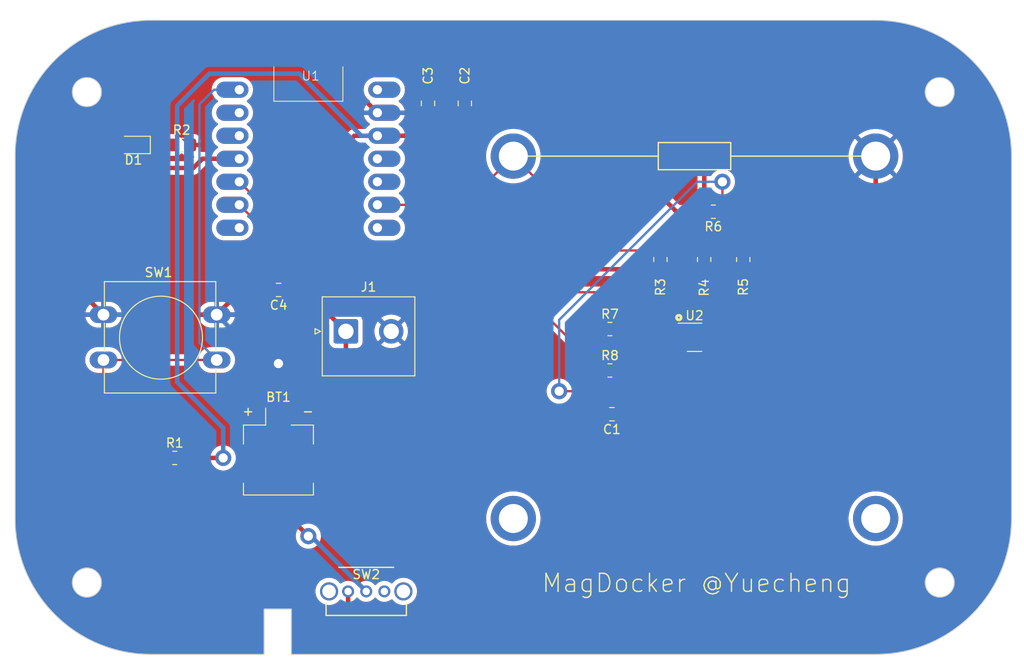
<source format=kicad_pcb>
(kicad_pcb (version 20221018) (generator pcbnew)
  (layers (0 "F.Cu" signal) (31 "B.Cu" signal) (34 "B.Paste" user) (35 "F.Paste" user) (36 "B.SilkS" user "B.Silkscreen") (37 "F.SilkS" user "F.Silkscreen") (38 "B.Mask" user) (39 "F.Mask" user) (44 "Edge.Cuts" user))
  (net 0 "")
  (net 1 "GND")
  (net 2 "Net-(BT1-+)")
  (net 3 "VCC")
  (net 4 "Net-(D1-K)")
  (net 5 "/Id")
  (net 8 "/Button")
  (net 10 "/3V3")
  (net 11 "/SDA_XIAO")
  (net 12 "/SDA_TLV")
  (net 13 "/SCL_TLV")
  (net 14 "/SCL_XIAO")
  (net 16 "/LED")
  (net 21 "Net-(C1-Pad1)")
  (footprint "XIAO ESP32 THT:XIAO_ESP32_SENSE" (layer "F.Cu") (at 87.376 50.292)
    (fp_text reference "U1" (at 0.254 -9.144 unlocked) (layer "F.SilkS") (effects (font (thickness 0.1))))
    (fp_text value "~" hide)
    (fp_line (start -3.81 -10.16) (end -3.81 -6.35) (stroke (width 0.1)) (layer "F.SilkS"))
    (fp_line (start -3.81 -6.35) (end 3.81 -6.35) (stroke (width 0.1)) (layer "F.SilkS"))
    (fp_line (start 3.81 -6.35) (end 3.81 -10.16) (stroke (width 0.1)) (layer "F.SilkS"))
    (pad "1" thru_hole oval (at -7.62 -7.62) (size 3.556 1.778) (drill 1.016 (offset -0.762 0)) (layers "*.Cu" "*.Mask") (net 8 "/Button"))
    (pad "2" thru_hole oval (at -7.62 -5.08) (size 3.556 1.778) (drill 1.016 (offset -0.762 0)) (layers "*.Cu" "*.Mask"))
    (pad "3" thru_hole oval (at -7.62 -2.54) (size 3.556 1.778) (drill 1.016 (offset -0.762 0)) (layers "*.Cu" "*.Mask"))
    (pad "4" thru_hole oval (at -7.62 0) (size 3.556 1.778) (drill 1.016 (offset -0.762 0)) (layers "*.Cu" "*.Mask") (net 16 "/LED"))
    (pad "5" thru_hole oval (at -7.62 2.54) (size 3.556 1.778) (drill 1.016 (offset -0.762 0)) (layers "*.Cu" "*.Mask") (net 11 "/SDA_XIAO"))
    (pad "6" thru_hole oval (at -7.62 5.08) (size 3.556 1.778) (drill 1.016 (offset -0.762 0)) (layers "*.Cu" "*.Mask") (net 14 "/SCL_XIAO"))
    (pad "7" thru_hole oval (at -7.62 7.62) (size 3.556 1.778) (drill 1.016 (offset -0.762 0)) (layers "*.Cu" "*.Mask"))
    (pad "8" thru_hole oval (at 7.62 -7.62) (size 3.556 1.778) (drill 1.016 (offset 0.762 0)) (layers "*.Cu" "*.Mask"))
    (pad "9" thru_hole oval (at 7.62 -5.08) (size 3.556 1.778) (drill 1.016 (offset 0.762 0)) (layers "*.Cu" "*.Mask") (net 1 "GND"))
    (pad "10" thru_hole oval (at 7.62 -2.54) (size 3.556 1.778) (drill 1.016 (offset 0.762 0)) (layers "*.Cu" "*.Mask") (net 10 "/3V3"))
    (pad "11" thru_hole oval (at 7.62 0) (size 3.556 1.778) (drill 1.016 (offset 0.762 0)) (layers "*.Cu" "*.Mask"))
    (pad "12" thru_hole oval (at 7.62 2.54) (size 3.556 1.778) (drill 1.016 (offset 0.762 0)) (layers "*.Cu" "*.Mask"))
    (pad "13" thru_hole oval (at 7.62 5.08) (size 3.556 1.778) (drill 1.016 (offset 0.762 0)) (layers "*.Cu" "*.Mask") (net 5 "/Id"))
    (pad "14" thru_hole oval (at 7.62 7.62) (size 3.556 1.778) (drill 1.016 (offset 0.762 0)) (layers "*.Cu" "*.Mask"))
  )
  (footprint "Connector_JST:JST_NV_B02P-NV_1x02_P5.00mm_Vertical" (layer "F.Cu") (at 91.52 69.342)
    (fp_text reference "J1" (at 2.5 -4.9) (layer "F.SilkS"))
    (fp_text value "PWR_PAD")
    (fp_line (start -3.41 -0.3) (end -2.81 0) (stroke (width 0.12)) (layer "F.SilkS"))
    (fp_line (start -3.41 0.3) (end -3.41 -0.3) (stroke (width 0.12)) (layer "F.SilkS"))
    (fp_line (start -2.81 0) (end -3.41 0.3) (stroke (width 0.12)) (layer "F.SilkS"))
    (fp_line (start -2.61 -3.81) (end -2.61 4.91) (stroke (width 0.12)) (layer "F.SilkS"))
    (fp_line (start -2.61 4.91) (end 7.61 4.91) (stroke (width 0.12)) (layer "F.SilkS"))
    (fp_line (start 7.61 -3.81) (end -2.61 -3.81) (stroke (width 0.12)) (layer "F.SilkS"))
    (fp_line (start 7.61 4.91) (end 7.61 -3.81) (stroke (width 0.12)) (layer "F.SilkS"))
    (pad "1" thru_hole roundrect (at 0 0) (size 2.7 2.7) (drill 1.7) (layers "*.Cu" "*.Mask") (roundrect_rratio 0.09259296296) (net 3 "VCC"))
    (pad "2" thru_hole circle (at 5 0) (size 2.7 2.7) (drill 1.7) (layers "*.Cu" "*.Mask") (net 1 "GND"))
  )
  (footprint "Package_TO_SOT_SMD:SOT-23-6" (layer "F.Cu") (at 130 70)
    (fp_text reference "U2" (at 0 -2.4) (layer "F.SilkS"))
    (fp_text value "TLV493D")
    (fp_line (start 0 -1.56) (end -1.8 -1.56) (stroke (width 0.12)) (layer "F.SilkS"))
    (fp_line (start 0 -1.56) (end 0.8 -1.56) (stroke (width 0.12)) (layer "F.SilkS"))
    (fp_line (start 0 1.56) (end -0.8 1.56) (stroke (width 0.12)) (layer "F.SilkS"))
    (fp_line (start 0 1.56) (end 0.8 1.56) (stroke (width 0.12)) (layer "F.SilkS"))
    (pad "1" smd roundrect (at -1.1375 -0.95) (size 1.325 0.6) (layers "F.Cu" "F.Paste" "F.Mask") (net 13 "/SCL_TLV"))
    (pad "2" smd roundrect (at -1.1375 0) (size 1.325 0.6) (layers "F.Cu" "F.Paste" "F.Mask") (net 1 "GND"))
    (pad "3" smd roundrect (at -1.1375 0.95) (size 1.325 0.6) (layers "F.Cu" "F.Paste" "F.Mask") (net 1 "GND"))
    (pad "4" smd roundrect (at 1.1375 0.95) (size 1.325 0.6) (layers "F.Cu" "F.Paste" "F.Mask") (net 10 "/3V3"))
    (pad "5" smd roundrect (at 1.1375 0) (size 1.325 0.6) (layers "F.Cu" "F.Paste" "F.Mask") (net 1 "GND"))
    (pad "6" smd roundrect (at 1.1375 -0.95) (size 1.325 0.6) (layers "F.Cu" "F.Paste" "F.Mask") (net 12 "/SDA_TLV"))
  )
  (footprint "Button_Switch_THT:SW_PUSH-12mm" (layer "F.Cu") (at 64.76 67.5)
    (fp_text reference "SW1" (at 6.08 -4.66) (layer "F.SilkS"))
    (fp_text value "SW_SPST")
    (fp_line (start 0.1 -3.65) (end 12.4 -3.65) (stroke (width 0.12)) (layer "F.SilkS"))
    (fp_line (start 0.1 -0.93) (end 0.1 -3.65) (stroke (width 0.12)) (layer "F.SilkS"))
    (fp_line (start 0.1 4.07) (end 0.1 0.93) (stroke (width 0.12)) (layer "F.SilkS"))
    (fp_line (start 0.1 8.65) (end 0.1 5.93) (stroke (width 0.12)) (layer "F.SilkS"))
    (fp_line (start 12.4 -3.65) (end 12.4 -0.93) (stroke (width 0.12)) (layer "F.SilkS"))
    (fp_line (start 12.4 0.93) (end 12.4 4.07) (stroke (width 0.12)) (layer "F.SilkS"))
    (fp_line (start 12.4 5.93) (end 12.4 8.65) (stroke (width 0.12)) (layer "F.SilkS"))
    (fp_line (start 12.4 8.65) (end 0.1 8.65) (stroke (width 0.12)) (layer "F.SilkS"))
    (fp_circle (center 6.35 2.54) (end 10.16 5.08) (stroke (width 0.12)) (fill none) (layer "F.SilkS"))
    (pad "1" thru_hole oval (at 0 0) (size 3.048 1.85) (drill 1.3) (layers "*.Cu" "*.Mask") (net 1 "GND"))
    (pad "1" thru_hole oval (at 12.5 0) (size 3.048 1.85) (drill 1.3) (layers "*.Cu" "*.Mask") (net 1 "GND"))
    (pad "2" thru_hole oval (at 0 5) (size 3.048 1.85) (drill 1.3) (layers "*.Cu" "*.Mask") (net 8 "/Button"))
    (pad "2" thru_hole oval (at 12.5 5) (size 3.048 1.85) (drill 1.3) (layers "*.Cu" "*.Mask") (net 8 "/Button"))
  )
  (footprint "Capacitor_SMD:C_0805_2012Metric_Pad1.18x1.45mm_HandSolder" (layer "F.Cu") (at 84.0955 64.77 180)
    (fp_text reference "C4" (at 0 -1.68) (layer "F.SilkS"))
    (fp_text value "200 pF")
    (fp_line (start -0.261252 -0.735) (end 0.261252 -0.735) (stroke (width 0.12)) (layer "F.SilkS"))
    (fp_line (start -0.261252 0.735) (end 0.261252 0.735) (stroke (width 0.12)) (layer "F.SilkS"))
    (pad "1" smd roundrect (at -1.0375 0 180) (size 1.175 1.45) (layers "F.Cu" "F.Paste" "F.Mask") (roundrect_rratio 0.2127659574) (net 3 "VCC"))
    (pad "2" smd roundrect (at 1.0375 0 180) (size 1.175 1.45) (layers "F.Cu" "F.Paste" "F.Mask") (roundrect_rratio 0.2127659574) (net 1 "GND"))
  )
  (footprint "Resistor_SMD:R_0805_2012Metric_Pad1.20x1.40mm_HandSolder" (layer "F.Cu") (at 120.666 69.088)
    (fp_text reference "R7" (at 0 -1.65) (layer "F.SilkS"))
    (fp_text value "100Ω")
    (fp_line (start -0.227064 -0.735) (end 0.227064 -0.735) (stroke (width 0.12)) (layer "F.SilkS"))
    (fp_line (start -0.227064 0.735) (end 0.227064 0.735) (stroke (width 0.12)) (layer "F.SilkS"))
    (pad "1" smd roundrect (at -1 0) (size 1.2 1.4) (layers "F.Cu" "F.Paste" "F.Mask") (roundrect_rratio 0.2083333333) (net 13 "/SCL_TLV"))
    (pad "2" smd roundrect (at 1 0) (size 1.2 1.4) (layers "F.Cu" "F.Paste" "F.Mask") (roundrect_rratio 0.2083333333) (net 21 "Net-(C1-Pad1)"))
  )
  (footprint "Resistor_SMD:R_0805_2012Metric_Pad1.20x1.40mm_HandSolder" (layer "F.Cu") (at 135.382 61.4154 90)
    (fp_text reference "R5" (at -3.032 0 90) (layer "F.SilkS"))
    (fp_text value "100Ω")
    (fp_line (start -0.227064 -0.735) (end 0.227064 -0.735) (stroke (width 0.12)) (layer "F.SilkS"))
    (fp_line (start -0.227064 0.735) (end 0.227064 0.735) (stroke (width 0.12)) (layer "F.SilkS"))
    (pad "1" smd roundrect (at -1 0 90) (size 1.2 1.4) (layers "F.Cu" "F.Paste" "F.Mask") (roundrect_rratio 0.2083333333) (net 12 "/SDA_TLV"))
    (pad "2" smd roundrect (at 1 0 90) (size 1.2 1.4) (layers "F.Cu" "F.Paste" "F.Mask") (roundrect_rratio 0.2083333333) (net 11 "/SDA_XIAO"))
  )
  (footprint "Capacitor_SMD:C_0805_2012Metric_Pad1.18x1.45mm_HandSolder" (layer "F.Cu") (at 100.584 44.1745 90)
    (fp_text reference "C3" (at 3.048 0 90) (layer "F.SilkS"))
    (fp_text value "100 nF")
    (fp_line (start -0.261252 -0.735) (end 0.261252 -0.735) (stroke (width 0.12)) (layer "F.SilkS"))
    (fp_line (start -0.261252 0.735) (end 0.261252 0.735) (stroke (width 0.12)) (layer "F.SilkS"))
    (pad "1" smd roundrect (at -1.0375 0 90) (size 1.175 1.45) (layers "F.Cu" "F.Paste" "F.Mask") (roundrect_rratio 0.2127659574) (net 10 "/3V3"))
    (pad "2" smd roundrect (at 1.0375 0 90) (size 1.175 1.45) (layers "F.Cu" "F.Paste" "F.Mask") (roundrect_rratio 0.2127659574) (net 1 "GND"))
  )
  (footprint "Connector_JST:JST_ZE_SM02B-ZESS-TB_1x02-1MP_P1.50mm_Horizontal" (layer "F.Cu") (at 84.074 81.82)
    (fp_text reference "BT1" (at 0 -5.22) (layer "F.SilkS"))
    (fp_text value "3.7v Lipo battery")
    (fp_line (start -3.86 -2.135) (end -1.41 -2.135) (stroke (width 0.12)) (layer "F.SilkS"))
    (fp_line (start -3.86 -0.035) (end -3.86 -2.135) (stroke (width 0.12)) (layer "F.SilkS"))
    (fp_line (start -3.86 4.285) (end -3.86 5.585) (stroke (width 0.12)) (layer "F.SilkS"))
    (fp_line (start -3.86 5.585) (end 3.86 5.585) (stroke (width 0.12)) (layer "F.SilkS"))
    (fp_line (start -1.41 -2.135) (end -1.41 -4.025) (stroke (width 0.12)) (layer "F.SilkS"))
    (fp_line (start 3.86 -2.135) (end 1.41 -2.135) (stroke (width 0.12)) (layer "F.SilkS"))
    (fp_line (start 3.86 -0.035) (end 3.86 -2.135) (stroke (width 0.12)) (layer "F.SilkS"))
    (fp_line (start 3.86 5.585) (end 3.86 4.285) (stroke (width 0.12)) (layer "F.SilkS"))
    (pad "1" smd roundrect (at -0.75 -2.575) (size 0.8 2.9) (layers "F.Cu" "F.Paste" "F.Mask") (net 2 "Net-(BT1-+)"))
    (pad "2" smd roundrect (at 0.75 -2.575) (size 0.8 2.9) (layers "F.Cu" "F.Paste" "F.Mask") (net 1 "GND"))
    (pad "MP" smd roundrect (at -3.35 2.125) (size 1.8 3.8) (layers "F.Cu" "F.Paste" "F.Mask") (roundrect_rratio 0.1388888889))
    (pad "MP" smd roundrect (at 3.35 2.125) (size 1.8 3.8) (layers "F.Cu" "F.Paste" "F.Mask") (roundrect_rratio 0.1388888889))
  )
  (footprint "Button_Switch_THT:SWITCH_THT_SPDT_11MA1QS1" (layer "F.Cu") (at 91.764099 98.044)
    (fp_text reference "SW2" (at 2.000001 -1.867 unlocked) (layer "F.SilkS"))
    (fp_text value "SW_SPDT")
    (fp_line (start -2.432299 1.294593) (end -2.432299 2.6542) (stroke (width 0.1524)) (layer "F.SilkS"))
    (fp_line (start -2.432299 2.6542) (end 6.432301 2.6542) (stroke (width 0.1524)) (layer "F.SilkS"))
    (fp_line (start 0.605251 -2.6544) (end -1.022745 -2.6544) (stroke (width 0.1524)) (layer "F.SilkS"))
    (fp_line (start 2.605252 -2.6544) (end 0.605251 -2.6544) (stroke (width 0.1524)) (layer "F.SilkS"))
    (fp_line (start 4.605253 -2.6544) (end 2.605252 -2.6544) (stroke (width 0.1524)) (layer "F.SilkS"))
    (fp_line (start 5.022748 -2.6544) (end 4.605253 -2.6544) (stroke (width 0.1524)) (layer "F.SilkS"))
    (fp_line (start 6.432301 2.6542) (end 6.432301 1.294593) (stroke (width 0.1524)) (layer "F.SilkS"))
    (pad "1" thru_hole circle (at 0 0) (size 1.3208 1.3208) (drill 0.8128) (layers "*.Cu" "*.Mask") (net 3 "VCC"))
    (pad "2" thru_hole circle (at 2.000001 0) (size 1.3208 1.3208) (drill 0.8128) (layers "*.Cu" "*.Mask") (net 2 "Net-(BT1-+)"))
    (pad "3" thru_hole circle (at 4.000002 0) (size 1.3208 1.3208) (drill 0.8128) (layers "*.Cu" "*.Mask"))
    (pad "4" thru_hole circle (at -2.102099 0) (size 2.0066 2.0066) (drill 1.4986) (layers "*.Cu" "*.Mask"))
    (pad "5" thru_hole circle (at 6.102101 0) (size 2.0066 2.0066) (drill 1.4986) (layers "*.Cu" "*.Mask"))
  )
  (footprint "Resistor_SMD:R_0805_2012Metric_Pad1.20x1.40mm_HandSolder" (layer "F.Cu") (at 120.666 73.66)
    (fp_text reference "R8" (at 0 -1.65) (layer "F.SilkS"))
    (fp_text value "100Ω")
    (fp_line (start -0.227064 -0.735) (end 0.227064 -0.735) (stroke (width 0.12)) (layer "F.SilkS"))
    (fp_line (start -0.227064 0.735) (end 0.227064 0.735) (stroke (width 0.12)) (layer "F.SilkS"))
    (pad "1" smd roundrect (at -1 0) (size 1.2 1.4) (layers "F.Cu" "F.Paste" "F.Mask") (roundrect_rratio 0.2083333333) (net 14 "/SCL_XIAO"))
    (pad "2" smd roundrect (at 1 0) (size 1.2 1.4) (layers "F.Cu" "F.Paste" "F.Mask") (roundrect_rratio 0.2083333333) (net 21 "Net-(C1-Pad1)"))
  )
  (footprint "Resistor_SMD:R_0805_2012Metric_Pad1.20x1.40mm_HandSolder" (layer "F.Cu") (at 126.238 61.4154 -90)
    (fp_text reference "R3" (at 3.048 0 90) (layer "F.SilkS"))
    (fp_text value "4.3kΩ")
    (fp_line (start -0.227064 -0.735) (end 0.227064 -0.735) (stroke (width 0.12)) (layer "F.SilkS"))
    (fp_line (start -0.227064 0.735) (end 0.227064 0.735) (stroke (width 0.12)) (layer "F.SilkS"))
    (pad "1" smd roundrect (at -1 0 270) (size 1.2 1.4) (layers "F.Cu" "F.Paste" "F.Mask") (roundrect_rratio 0.2083333333) (net 5 "/Id"))
    (pad "2" smd roundrect (at 1 0 270) (size 1.2 1.4) (layers "F.Cu" "F.Paste" "F.Mask") (roundrect_rratio 0.2083333333) (net 10 "/3V3"))
  )
  (footprint "Resistor_SMD:R_0805_2012Metric_Pad1.20x1.40mm_HandSolder" (layer "F.Cu") (at 72.628 83.312)
    (fp_text reference "R1" (at 0 -1.65) (layer "F.SilkS"))
    (fp_text value "4.3kΩ")
    (fp_line (start -0.227064 -0.735) (end 0.227064 -0.735) (stroke (width 0.12)) (layer "F.SilkS"))
    (fp_line (start -0.227064 0.735) (end 0.227064 0.735) (stroke (width 0.12)) (layer "F.SilkS"))
    (pad "1" smd roundrect (at -1 0) (size 1.2 1.4) (layers "F.Cu" "F.Paste" "F.Mask") (roundrect_rratio 0.2083333333) (net 8 "/Button"))
    (pad "2" smd roundrect (at 1 0) (size 1.2 1.4) (layers "F.Cu" "F.Paste" "F.Mask") (roundrect_rratio 0.2083333333) (net 10 "/3V3"))
  )
  (footprint "Capacitor_SMD:C_0805_2012Metric_Pad1.18x1.45mm_HandSolder" (layer "F.Cu") (at 120.8825 78.486 180)
    (fp_text reference "C1" (at 0 -1.68) (layer "F.SilkS"))
    (fp_text value "200 pF")
    (fp_line (start -0.261252 -0.735) (end 0.261252 -0.735) (stroke (width 0.12)) (layer "F.SilkS"))
    (fp_line (start -0.261252 0.735) (end 0.261252 0.735) (stroke (width 0.12)) (layer "F.SilkS"))
    (pad "1" smd roundrect (at -1.0375 0 180) (size 1.175 1.45) (layers "F.Cu" "F.Paste" "F.Mask") (roundrect_rratio 0.2127659574) (net 21 "Net-(C1-Pad1)"))
    (pad "2" smd roundrect (at 1.0375 0 180) (size 1.175 1.45) (layers "F.Cu" "F.Paste" "F.Mask") (roundrect_rratio 0.2127659574) (net 1 "GND"))
  )
  (footprint "Resistor_SMD:R_0805_2012Metric_Pad1.20x1.40mm_HandSolder" (layer "F.Cu") (at 132.08 56.134 180)
    (fp_text reference "R6" (at 0 -1.65) (layer "F.SilkS"))
    (fp_text value "1.2kΩ")
    (fp_line (start -0.227064 -0.735) (end 0.227064 -0.735) (stroke (width 0.12)) (layer "F.SilkS"))
    (fp_line (start -0.227064 0.735) (end 0.227064 0.735) (stroke (width 0.12)) (layer "F.SilkS"))
    (pad "1" smd roundrect (at -1 0 180) (size 1.2 1.4) (layers "F.Cu" "F.Paste" "F.Mask") (roundrect_rratio 0.2083333333) (net 21 "Net-(C1-Pad1)"))
    (pad "2" smd roundrect (at 1 0 180) (size 1.2 1.4) (layers "F.Cu" "F.Paste" "F.Mask") (roundrect_rratio 0.2083333333) (net 10 "/3V3"))
  )
  (footprint "Resistor_SMD:R_0805_2012Metric_Pad1.20x1.40mm_HandSolder" (layer "F.Cu") (at 73.39 48.768)
    (fp_text reference "R2" (at 0 -1.65) (layer "F.SilkS"))
    (fp_text value "65Ω")
    (fp_line (start -0.227064 -0.735) (end 0.227064 -0.735) (stroke (width 0.12)) (layer "F.SilkS"))
    (fp_line (start -0.227064 0.735) (end 0.227064 0.735) (stroke (width 0.12)) (layer "F.SilkS"))
    (pad "1" smd roundrect (at -1 0) (size 1.2 1.4) (layers "F.Cu" "F.Paste" "F.Mask") (roundrect_rratio 0.2083333333) (net 4 "Net-(D1-K)"))
    (pad "2" smd roundrect (at 1 0) (size 1.2 1.4) (layers "F.Cu" "F.Paste" "F.Mask") (roundrect_rratio 0.2083333333) (net 1 "GND"))
  )
  (footprint "Resistor_SMD:R_0805_2012Metric_Pad1.20x1.40mm_HandSolder" (layer "F.Cu") (at 131.064 61.4154 90)
    (fp_text reference "R4" (at -3.1006 0 90) (layer "F.SilkS"))
    (fp_text value "1.2kΩ")
    (fp_line (start -0.227064 -0.735) (end 0.227064 -0.735) (stroke (width 0.12)) (layer "F.SilkS"))
    (fp_line (start -0.227064 0.735) (end 0.227064 0.735) (stroke (width 0.12)) (layer "F.SilkS"))
    (pad "1" smd roundrect (at -1 0 90) (size 1.2 1.4) (layers "F.Cu" "F.Paste" "F.Mask") (roundrect_rratio 0.2083333333) (net 11 "/SDA_XIAO"))
    (pad "2" smd roundrect (at 1 0 90) (size 1.2 1.4) (layers "F.Cu" "F.Paste" "F.Mask") (roundrect_rratio 0.2083333333) (net 10 "/3V3"))
  )
  (footprint "Screw_connector:40mm_rectangle_M3" (layer "F.Cu") (at 130 70)
    (fp_text reference "J2" hide)
    (fp_text value "ID_PAD")
    (pad "1" thru_hole circle (at -20 -20) (size 5 5) (drill 3.2) (layers "*.Cu" "*.Mask") (net 5 "/Id"))
    (pad "2" thru_hole circle (at 20 -20) (size 5 5) (drill 3.2) (layers "*.Cu" "*.Mask") (net 1 "GND"))
    (pad "3" thru_hole circle (at -20 20) (size 5 5) (drill 3.2) (layers "*.Cu" "*.Mask"))
    (pad "4" thru_hole circle (at 20 20) (size 5 5) (drill 3.2) (layers "*.Cu" "*.Mask"))
  )
  (footprint "LED_SMD:LED_0805_2012Metric_Pad1.15x1.40mm_HandSolder" (layer "F.Cu") (at 68.072 48.768 180)
    (fp_text reference "D1" (at 0 -1.65 180) (layer "F.SilkS"))
    (fp_text value "LS R976")
    (fp_line (start -1.86 -0.96) (end -1.86 0.96) (stroke (width 0.12)) (layer "F.SilkS"))
    (fp_line (start -1.86 0.96) (end 1 0.96) (stroke (width 0.12)) (layer "F.SilkS"))
    (fp_line (start 1 -0.96) (end -1.86 -0.96) (stroke (width 0.12)) (layer "F.SilkS"))
    (pad "1" smd roundrect (at -1.025 0 180) (size 1.15 1.4) (layers "F.Cu" "F.Paste" "F.Mask") (roundrect_rratio 0.2173913043) (net 4 "Net-(D1-K)"))
    (pad "2" smd roundrect (at 1.025 0 180) (size 1.15 1.4) (layers "F.Cu" "F.Paste" "F.Mask") (roundrect_rratio 0.2173913043) (net 16 "/LED"))
  )
  (footprint "Capacitor_SMD:C_0805_2012Metric_Pad1.18x1.45mm_HandSolder" (layer "F.Cu") (at 104.648 44.1745 90)
    (fp_text reference "C2" (at 3.048 0 90) (layer "F.SilkS"))
    (fp_text value "100 nF")
    (fp_line (start -0.261252 -0.735) (end 0.261252 -0.735) (stroke (width 0.12)) (layer "F.SilkS"))
    (fp_line (start -0.261252 0.735) (end 0.261252 0.735) (stroke (width 0.12)) (layer "F.SilkS"))
    (pad "1" smd roundrect (at -1.0375 0 90) (size 1.175 1.45) (layers "F.Cu" "F.Paste" "F.Mask") (roundrect_rratio 0.2127659574) (net 10 "/3V3"))
    (pad "2" smd roundrect (at 1.0375 0 90) (size 1.175 1.45) (layers "F.Cu" "F.Paste" "F.Mask") (roundrect_rratio 0.2127659574) (net 1 "GND"))
  )
  (gr_line (start 110 50) (end 126 50) (stroke (width 0.15)) (layer "F.SilkS"))
  (gr_circle (center 128.27 67.818) (end 128.37 67.818) (stroke (width 0.3)) (fill none) (layer "F.SilkS"))
  (gr_rect (start 126 48.5) (end 134 51.5) (stroke (width 0.15)) (fill none) (layer "F.SilkS"))
  (gr_line (start 134 50) (end 150 50) (stroke (width 0.15)) (layer "F.SilkS"))
  (gr_circle (center 157.07 42.93) (end 158.67 42.93) (stroke (width 0.1)) (fill none) (layer "Edge.Cuts"))
  (gr_line (start 70 35) (end 150 35) (stroke (width 0.1)) (layer "Edge.Cuts"))
  (gr_arc (start 165 90) (mid 160.606602 100.606601) (end 150 105) (stroke (width 0.1)) (layer "Edge.Cuts"))
  (gr_line (start 82.5 100) (end 85.5 100) (stroke (width 0.1)) (layer "Edge.Cuts"))
  (gr_line (start 55 90) (end 55 50) (stroke (width 0.1)) (layer "Edge.Cuts"))
  (gr_circle (center 62.93 42.93) (end 64.53 42.93) (stroke (width 0.1)) (fill none) (layer "Edge.Cuts"))
  (gr_line (start 165 50) (end 165 90) (stroke (width 0.1)) (layer "Edge.Cuts"))
  (gr_circle (center 157.07 97.07) (end 158.67 97.07) (stroke (width 0.1)) (fill none) (layer "Edge.Cuts"))
  (gr_line (start 82.5 105) (end 70 105) (stroke (width 0.1)) (layer "Edge.Cuts"))
  (gr_arc (start 70 105) (mid 59.393399 100.606602) (end 55 90) (stroke (width 0.1)) (layer "Edge.Cuts"))
  (gr_line (start 85.5 100) (end 85.5 105) (stroke (width 0.1)) (layer "Edge.Cuts"))
  (gr_circle (center 62.93 97.07) (end 64.53 97.07) (stroke (width 0.1)) (fill none) (layer "Edge.Cuts"))
  (gr_line (start 82.5 105) (end 82.5 100) (stroke (width 0.1)) (layer "Edge.Cuts"))
  (gr_arc (start 150 35) (mid 160.606601 39.393398) (end 165 50) (stroke (width 0.1)) (layer "Edge.Cuts"))
  (gr_arc (start 55 50) (mid 59.393398 39.393399) (end 70 35) (stroke (width 0.1)) (layer "Edge.Cuts"))
  (gr_line (start 85.5 105) (end 150 105) (stroke (width 0.1)) (layer "Edge.Cuts"))
  (gr_text "-" (at 86.614 78.74) (layer "F.SilkS") (effects (font (size 1 1)) (justify left bottom)))
  (gr_text "+" (at 80.01 78.74) (layer "F.SilkS") (effects (font (size 1 1)) (justify left bottom)))
  (gr_text "MagDocker @Yuecheng" (at 113.03 98.298) (layer "F.SilkS") (effects (font (size 2 2)) (justify left bottom)))
  (segment (start 62.23 49.022) (end 65.532 45.72) (width 0.5) (layer "F.Cu") (net 1))
  (segment (start 84.836 73.66) (end 84.074 72.898) (width 0.5) (layer "F.Cu") (net 1))
  (segment (start 84.824 79.245) (end 84.824 77.99) (width 0.254) (layer "F.Cu") (net 1))
  (segment (start 128.8625 70) (end 131.1375 70) (width 0.5) (layer "F.Cu") (net 1))
  (segment (start 84.836 77.978) (end 84.836 73.66) (width 0.5) (layer "F.Cu") (net 1))
  (segment (start 134.216 70) (end 150 54.216) (width 0.5) (layer "F.Cu") (net 1))
  (segment (start 150 54.216) (end 150 50) (width 0.5) (layer "F.Cu") (net 1))
  (segment (start 100.584 43.137) (end 104.648 43.137) (width 0.5) (layer "F.Cu") (net 1))
  (segment (start 64.76 67.5) (end 62.23 64.97) (width 0.5) (layer "F.Cu") (net 1))
  (segment (start 76.454 40.894) (end 90.678 40.894) (width 0.5) (layer "F.Cu") (net 1))
  (segment (start 98.509 45.212) (end 100.584 43.137) (width 0.5) (layer "F.Cu") (net 1))
  (segment (start 128.8625 73.255296) (end 128.8625 76.3695) (width 0.5) (layer "F.Cu") (net 1))
  (segment (start 71.342 45.72) (end 74.39 48.768) (width 0.5) (layer "F.Cu") (net 1))
  (segment (start 128.8625 70.95) (end 128.8625 70) (width 0.5) (layer "F.Cu") (net 1))
  (segment (start 84.824 77.99) (end 84.836 77.978) (width 0.254) (layer "F.Cu") (net 1))
  (segment (start 90.678 40.894) (end 94.996 45.212) (width 0.5) (layer "F.Cu") (net 1))
  (segment (start 122.385 81.026) (end 119.845 78.486) (width 0.5) (layer "F.Cu") (net 1))
  (segment (start 74.39 48.768) (end 74.39 42.958) (width 0.5) (layer "F.Cu") (net 1))
  (segment (start 79.99 64.77) (end 77.26 67.5) (width 0.5) (layer "F.Cu") (net 1))
  (segment (start 119.845 78.486) (end 105.664 78.486) (width 0.5) (layer "F.Cu") (net 1))
  (segment (start 94.996 45.212) (end 98.509 45.212) (width 0.5) (layer "F.Cu") (net 1))
  (segment (start 131.1375 70) (end 134.216 70) (width 0.5) (layer "F.Cu") (net 1))
  (segment (start 105.664 78.486) (end 101.346 74.168) (width 0.5) (layer "F.Cu") (net 1))
  (segment (start 65.532 45.72) (end 71.342 45.72) (width 0.5) (layer "F.Cu") (net 1))
  (segment (start 83.058 64.77) (end 79.99 64.77) (width 0.5) (layer "F.Cu") (net 1))
  (segment (start 128.8625 76.3695) (end 124.206 81.026) (width 0.5) (layer "F.Cu") (net 1))
  (segment (start 124.206 81.026) (end 122.385 81.026) (width 0.5) (layer "F.Cu") (net 1))
  (segment (start 74.39 42.958) (end 76.454 40.894) (width 0.5) (layer "F.Cu") (net 1))
  (segment (start 62.23 64.97) (end 62.23 49.022) (width 0.5) (layer "F.Cu") (net 1))
  (segment (start 101.346 74.168) (end 96.52 69.342) (width 0.5) (layer "F.Cu") (net 1))
  (segment (start 77.26 67.5) (end 64.76 67.5) (width 0.5) (layer "F.Cu") (net 1))
  (segment (start 128.8625 70.95) (end 128.8625 73.255296) (width 0.5) (layer "F.Cu") (net 1))
  (via (at 84.074 72.898) (size 1.778) (drill 1.016) (layers "F.Cu" "B.Cu") (net 1))
  (segment (start 84.074 72.898) (end 82.658 72.898) (width 0.5) (layer "B.Cu") (net 1))
  (segment (start 82.658 72.898) (end 77.26 67.5) (width 0.5) (layer "B.Cu") (net 1))
  (segment (start 78.662 67.488) (end 94.666 67.488) (width 0.5) (layer "B.Cu") (net 1))
  (segment (start 94.666 67.488) (end 96.52 69.342) (width 0.5) (layer "B.Cu") (net 1))
  (segment (start 78.65 67.5) (end 78.662 67.488) (width 0.5) (layer "B.Cu") (net 1))
  (segment (start 83.324 87.896) (end 87.376 91.948) (width 0.5) (layer "F.Cu") (net 2))
  (segment (start 83.324 79.245) (end 83.324 87.896) (width 0.5) (layer "F.Cu") (net 2))
  (via (at 87.376 91.948) (size 1.778) (drill 1.016) (layers "F.Cu" "B.Cu") (net 2))
  (segment (start 87.6681 91.948) (end 93.7641 98.044) (width 0.5) (layer "B.Cu") (net 2))
  (segment (start 87.376 91.948) (end 87.6681 91.948) (width 0.5) (layer "B.Cu") (net 2))
  (segment (start 91.52 69.422) (end 91.694 69.596) (width 0.5) (layer "F.Cu") (net 3))
  (segment (start 91.52 69.342) (end 91.52 84.154) (width 0.5) (layer "F.Cu") (net 3))
  (segment (start 100.838 93.472) (end 100.838 99.06) (width 0.5) (layer "F.Cu") (net 3))
  (segment (start 92.71 100.838) (end 91.764099 99.892099) (width 0.5) (layer "F.Cu") (net 3))
  (segment (start 86.948 64.77) (end 91.52 69.342) (width 0.5) (layer "F.Cu") (net 3))
  (segment (start 91.52 84.154) (end 100.838 93.472) (width 0.5) (layer "F.Cu") (net 3))
  (segment (start 85.133 64.77) (end 86.948 64.77) (width 0.5) (layer "F.Cu") (net 3))
  (segment (start 91.764099 98.014454) (end 91.764099 98.044) (width 0.5) (layer "F.Cu") (net 3))
  (segment (start 91.764099 99.892099) (end 91.764099 98.044) (width 0.5) (layer "F.Cu") (net 3))
  (segment (start 99.06 100.838) (end 92.71 100.838) (width 0.5) (layer "F.Cu") (net 3))
  (segment (start 100.838 99.06) (end 99.06 100.838) (width 0.5) (layer "F.Cu") (net 3))
  (segment (start 91.52 69.342) (end 91.52 69.422) (width 0.5) (layer "F.Cu") (net 3))
  (segment (start 72.39 48.768) (end 69.097 48.768) (width 0.254) (layer "F.Cu") (net 4))
  (segment (start 120.4154 60.4154) (end 110 50) (width 0.254) (layer "F.Cu") (net 5))
  (segment (start 104.628 55.372) (end 110 50) (width 0.254) (layer "F.Cu") (net 5))
  (segment (start 126.238 60.4154) (end 120.4154 60.4154) (width 0.254) (layer "F.Cu") (net 5))
  (segment (start 94.996 55.372) (end 104.628 55.372) (width 0.254) (layer "F.Cu") (net 5))
  (segment (start 64.76 76.444) (end 71.628 83.312) (width 0.254) (layer "F.Cu") (net 8))
  (segment (start 64.76 72.5) (end 77.26 72.5) (width 0.254) (layer "F.Cu") (net 8))
  (segment (start 64.76 72.5) (end 64.76 76.444) (width 0.254) (layer "F.Cu") (net 8))
  (segment (start 76.962 42.672) (end 79.756 42.672) (width 0.254) (layer "B.Cu") (net 8))
  (segment (start 77.26 72.5) (end 75.355 70.595) (width 0.254) (layer "B.Cu") (net 8))
  (segment (start 75.355 70.595) (end 75.355 44.279) (width 0.254) (layer "B.Cu") (net 8))
  (segment (start 75.355 44.279) (end 76.962 42.672) (width 0.254) (layer "B.Cu") (net 8))
  (segment (start 78.994 43.434) (end 79.756 42.672) (width 0.254) (layer "B.Cu") (net 8))
  (segment (start 94.996 47.752) (end 92.456 47.752) (width 0.5) (layer "F.Cu") (net 10))
  (segment (start 156.21 62.738) (end 147.998 70.95) (width 0.5) (layer "F.Cu") (net 10))
  (segment (start 137.414 44.704) (end 151.638 44.704) (width 0.5) (layer "F.Cu") (net 10))
  (segment (start 147.998 70.95) (end 131.1375 70.95) (width 0.5) (layer "F.Cu") (net 10))
  (segment (start 156.21 49.276) (end 156.21 62.738) (width 0.5) (layer "F.Cu") (net 10))
  (segment (start 131.08 56.134) (end 131.08 60.3994) (width 0.5) (layer "F.Cu") (net 10))
  (segment (start 104.648 45.212) (end 117.094 45.212) (width 0.5) (layer "F.Cu") (net 10))
  (segment (start 90.932 49.276) (end 90.932 59.69) (width 0.5) (layer "F.Cu") (net 10))
  (segment (start 126.238 62.4154) (end 129.064 62.4154) (width 0.5) (layer "F.Cu") (net 10))
  (segment (start 125.58818 62.484) (end 125.87879 62.77461) (width 0.254) (layer "F.Cu") (net 10))
  (segment (start 129.064 62.4154) (end 131.064 60.4154) (width 0.5) (layer "F.Cu") (net 10))
  (segment (start 131.08 51.038) (end 137.414 44.704) (width 0.5) (layer "F.Cu") (net 10))
  (segment (start 93.726 62.484) (end 125.58818 62.484) (width 0.5) (layer "F.Cu") (net 10))
  (segment (start 92.456 47.752) (end 90.932 49.276) (width 0.5) (layer "F.Cu") (net 10))
  (segment (start 94.996 47.752) (end 98.044 47.752) (width 0.5) (layer "F.Cu") (net 10))
  (segment (start 151.638 44.704) (end 156.21 49.276) (width 0.5) (layer "F.Cu") (net 10))
  (segment (start 100.584 45.212) (end 104.648 45.212) (width 0.5) (layer "F.Cu") (net 10))
  (segment (start 90.932 59.69) (end 93.726 62.484) (width 0.5) (layer "F.Cu") (net 10))
  (segment (start 131.08 56.134) (end 131.08 51.038) (width 0.5) (layer "F.Cu") (net 10))
  (segment (start 98.044 47.752) (end 100.584 45.212) (width 0.5) (layer "F.Cu") (net 10))
  (segment (start 117.094 45.212) (end 128.016 56.134) (width 0.5) (layer "F.Cu") (net 10))
  (segment (start 73.628 83.312) (end 77.978 83.312) (width 0.5) (layer "F.Cu") (net 10))
  (segment (start 131.08 60.3994) (end 131.064 60.4154) (width 0.254) (layer "F.Cu") (net 10))
  (segment (start 128.016 56.134) (end 131.08 56.134) (width 0.5) (layer "F.Cu") (net 10))
  (via (at 77.978 83.312) (size 1.778) (drill 1.016) (layers "F.Cu" "B.Cu") (net 10))
  (segment (start 77.978 80.01) (end 72.898 74.93) (width 0.5) (layer "B.Cu") (net 10))
  (segment (start 72.898 74.93) (end 72.898 44.45) (width 0.5) (layer "B.Cu") (net 10))
  (segment (start 76.454 40.894) (end 86.36 40.894) (width 0.5) (layer "B.Cu") (net 10))
  (segment (start 93.218 47.752) (end 94.996 47.752) (width 0.5) (layer "B.Cu") (net 10))
  (segment (start 86.36 40.894) (end 93.218 47.752) (width 0.5) (layer "B.Cu") (net 10))
  (segment (start 77.978 83.312) (end 77.978 80.01) (width 0.5) (layer "B.Cu") (net 10))
  (segment (start 72.898 44.45) (end 76.454 40.894) (width 0.5) (layer "B.Cu") (net 10))
  (segment (start 91.948 65.024) (end 128.778 65.024) (width 0.254) (layer "F.Cu") (net 11))
  (segment (start 131.064 62.738) (end 131.064 62.4154) (width 0.254) (layer "F.Cu") (net 11))
  (segment (start 79.756 52.832) (end 91.948 65.024) (width 0.254) (layer "F.Cu") (net 11))
  (segment (start 128.778 65.024) (end 131.064 62.738) (width 0.254) (layer "F.Cu") (net 11))
  (segment (start 133.382 62.4154) (end 135.382 60.4154) (width 0.254) (layer "F.Cu") (net 11))
  (segment (start 131.064 62.4154) (end 133.382 62.4154) (width 0.254) (layer "F.Cu") (net 11))
  (segment (start 135.382 64.8055) (end 135.382 62.4154) (width 0.254) (layer "F.Cu") (net 12))
  (segment (start 131.1375 69.05) (end 135.382 64.8055) (width 0.254) (layer "F.Cu") (net 12))
  (segment (start 127.8195 68.007) (end 120.747 68.007) (width 0.254) (layer "F.Cu") (net 13))
  (segment (start 128.8625 69.05) (end 127.8195 68.007) (width 0.254) (layer "F.Cu") (net 13))
  (segment (start 120.747 68.007) (end 119.666 69.088) (width 0.254) (layer "F.Cu") (net 13))
  (segment (start 112.554 66.548) (end 119.666 73.66) (width 0.254) (layer "F.Cu") (net 14))
  (segment (start 90.932 66.548) (end 112.554 66.548) (width 0.254) (layer "F.Cu") (net 14))
  (segment (start 79.756 55.372) (end 90.932 66.548) (width 0.254) (layer "F.Cu") (net 14))
  (segment (start 74.676 51.308) (end 67.818 51.308) (width 0.5) (layer "F.Cu") (net 16))
  (segment (start 75.692 50.292) (end 74.676 51.308) (width 0.5) (layer "F.Cu") (net 16))
  (segment (start 79.756 50.292) (end 75.692 50.292) (width 0.5) (layer "F.Cu") (net 16))
  (segment (start 67.047 50.537) (end 67.047 48.768) (width 0.5) (layer "F.Cu") (net 16))
  (segment (start 67.818 51.308) (end 67.047 50.537) (width 0.5) (layer "F.Cu") (net 16))
  (segment (start 121.666 78.232) (end 121.92 78.486) (width 0.254) (layer "F.Cu") (net 21))
  (segment (start 121.666 75.946) (end 121.666 78.232) (width 0.254) (layer "F.Cu") (net 21))
  (segment (start 121.666 69.088) (end 121.666 75.946) (width 0.254) (layer "F.Cu") (net 21))
  (segment (start 119.079296 75.946) (end 121.158 73.867296) (width 0.254) (layer "F.Cu") (net 21))
  (segment (start 115.062 75.946) (end 119.079296 75.946) (width 0.254) (layer "F.Cu") (net 21))
  (segment (start 133.08 52.832) (end 133.08 56.134) (width 0.254) (layer "F.Cu") (net 21))
  (via (at 133.08 52.832) (size 1.778) (drill 1.016) (layers "F.Cu" "B.Cu") (net 21))
  (via (at 115.062 75.946) (size 1.778) (drill 1.016) (layers "F.Cu" "B.Cu") (net 21))
  (segment (start 133.08 52.832) (end 130.302 52.832) (width 0.254) (layer "B.Cu") (net 21))
  (segment (start 115.062 68.072) (end 115.062 75.946) (width 0.254) (layer "B.Cu") (net 21))
  (segment (start 130.302 52.832) (end 115.062 68.072) (width 0.254) (layer "B.Cu") (net 21))
  (zone (net 1) (net_name "GND") (layers "F&B.Cu") (connect_pads (clearance 0.5)) (min_thickness 0.25) (fill yes (thermal_gap 0.5) (thermal_bridge_width 0.5))
    (polygon (pts (xy 54.102 33.274) (xy 166.37 32.766) (xy 166.116 106.68) (xy 53.34 106.934)))
  )
)
</source>
